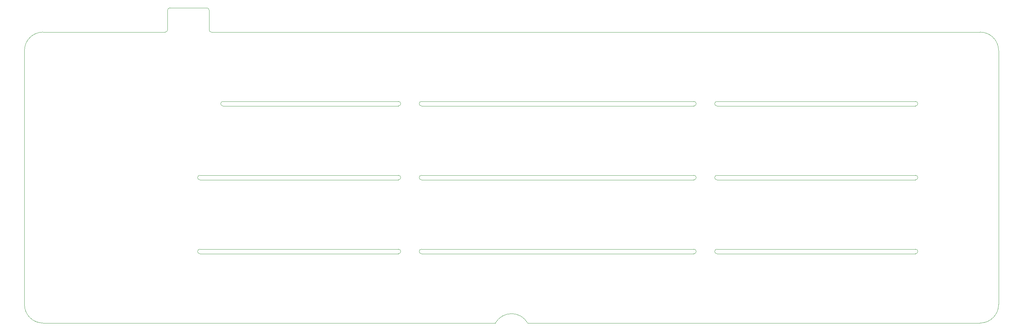
<source format=gm1>
G04 #@! TF.GenerationSoftware,KiCad,Pcbnew,(6.0.5-0)*
G04 #@! TF.CreationDate,2022-08-30T21:44:49-05:00*
G04 #@! TF.ProjectId,pcb,7063622e-6b69-4636-9164-5f7063625858,rev?*
G04 #@! TF.SameCoordinates,Original*
G04 #@! TF.FileFunction,Profile,NP*
%FSLAX46Y46*%
G04 Gerber Fmt 4.6, Leading zero omitted, Abs format (unit mm)*
G04 Created by KiCad (PCBNEW (6.0.5-0)) date 2022-08-30 21:44:49*
%MOMM*%
%LPD*%
G01*
G04 APERTURE LIST*
G04 #@! TA.AperFunction,Profile*
%ADD10C,0.050000*%
G04 #@! TD*
G04 APERTURE END LIST*
D10*
X91057416Y-43668942D02*
X91057416Y-38608805D01*
X305370133Y-49026759D02*
G75*
G03*
X300607600Y-44264255I-4762545J-41D01*
G01*
X150588667Y-81173661D02*
X99391798Y-81173661D01*
X226788731Y-82364339D02*
G75*
G03*
X226788731Y-81173661I69J595339D01*
G01*
X226788731Y-100223677D02*
X156541895Y-100223677D01*
X156541846Y-62123687D02*
X226788731Y-62123603D01*
X232741959Y-62123687D02*
X283938722Y-62123645D01*
X232741959Y-100223719D02*
X283938847Y-100223677D01*
X300607600Y-119273716D02*
G75*
G03*
X305370104Y-114511189I-12J4762516D01*
G01*
X175591879Y-119273693D02*
X58910522Y-119273693D01*
X283938795Y-82364165D02*
G75*
G03*
X283938795Y-81173635I5J595265D01*
G01*
X58910522Y-44264260D02*
G75*
G03*
X54148018Y-49026759I-4J-4762500D01*
G01*
X305370104Y-49026759D02*
X305370104Y-114511189D01*
X156541846Y-62123687D02*
G75*
G03*
X156541846Y-63314313I-46J-595313D01*
G01*
X232741910Y-81173671D02*
G75*
G03*
X232741910Y-82364329I-10J-595329D01*
G01*
X283938795Y-82364261D02*
X232741910Y-82364329D01*
X105344913Y-62123603D02*
X150588667Y-62123645D01*
X54147995Y-114511189D02*
G75*
G03*
X58910522Y-119273693I4762493J-11D01*
G01*
X232741910Y-81173703D02*
X283938795Y-81173635D01*
X105344913Y-63314229D02*
X150588667Y-63314271D01*
X283938722Y-63314271D02*
X232741959Y-63314313D01*
X226788731Y-63314229D02*
X156541846Y-63314313D01*
X183926259Y-119273693D02*
X300607600Y-119273693D01*
X101773130Y-43668958D02*
G75*
G03*
X102368363Y-44264270I595270J-42D01*
G01*
X156541895Y-100223697D02*
G75*
G03*
X156541895Y-101414303I-95J-595303D01*
G01*
X300607600Y-44264255D02*
X102368363Y-44264270D01*
X150588667Y-63314355D02*
G75*
G03*
X150588667Y-62123645I33J595355D01*
G01*
X150588667Y-101414165D02*
G75*
G03*
X150588667Y-100223635I33J595265D01*
G01*
X91652729Y-38013494D02*
X101177738Y-38013494D01*
X150588667Y-100223635D02*
X99391794Y-100223677D01*
X232741959Y-100223655D02*
G75*
G03*
X232741959Y-101414345I-59J-595345D01*
G01*
X99391798Y-82364287D02*
X150588667Y-82364287D01*
X156541895Y-81173713D02*
G75*
G03*
X156541895Y-82364287I-95J-595287D01*
G01*
X183926259Y-119273693D02*
G75*
G03*
X175591879Y-119273693I-4167190J-2381252D01*
G01*
X283938847Y-101414303D02*
X232741959Y-101414345D01*
X105344913Y-62123571D02*
G75*
G03*
X105344913Y-63314229I-13J-595329D01*
G01*
X283938722Y-63314355D02*
G75*
G03*
X283938722Y-62123645I78J595355D01*
G01*
X54148018Y-114511189D02*
X54148018Y-49026759D01*
X101773050Y-38608806D02*
X101773050Y-43668958D01*
X101773006Y-38608806D02*
G75*
G03*
X101177738Y-38013494I-595306J6D01*
G01*
X283938847Y-101414323D02*
G75*
G03*
X283938847Y-100223677I-47J595323D01*
G01*
X226788731Y-82364287D02*
X156541895Y-82364287D01*
X99391794Y-101414303D02*
X150588667Y-101414261D01*
X156541895Y-101414303D02*
X226788731Y-101414303D01*
X150588667Y-82364339D02*
G75*
G03*
X150588667Y-81173661I33J595339D01*
G01*
X226788731Y-101414323D02*
G75*
G03*
X226788731Y-100223677I69J595323D01*
G01*
X91652728Y-38013516D02*
G75*
G03*
X91057416Y-38608806I-28J-595284D01*
G01*
X99391794Y-100223697D02*
G75*
G03*
X99391794Y-101414303I6J-595303D01*
G01*
X90462104Y-44264216D02*
G75*
G03*
X91057416Y-43668943I-4J595316D01*
G01*
X232741959Y-62123687D02*
G75*
G03*
X232741959Y-63314313I-59J-595313D01*
G01*
X226788731Y-63314197D02*
G75*
G03*
X226788731Y-62123603I69J595297D01*
G01*
X58910522Y-44264255D02*
X90462104Y-44264255D01*
X99391798Y-81173713D02*
G75*
G03*
X99391798Y-82364287I2J-595287D01*
G01*
X156541895Y-81173661D02*
X226788731Y-81173661D01*
M02*

</source>
